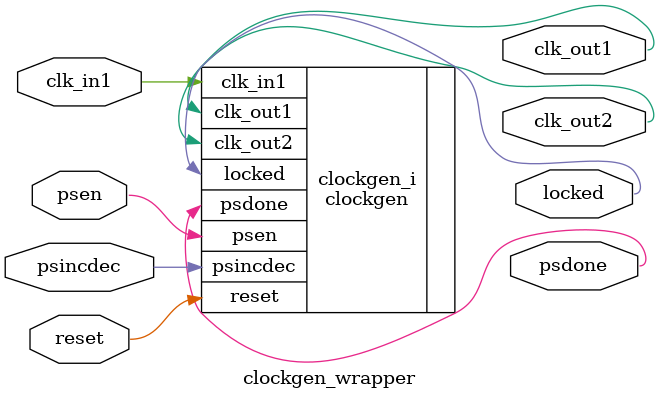
<source format=v>
`timescale 1 ps / 1 ps

module clockgen_wrapper
   (clk_in1,
    clk_out1,
    clk_out2,
    locked,
    psdone,
    psen,
    psincdec,
    reset);
  input clk_in1;
  output clk_out1;
  output clk_out2;
  output locked;
  output psdone;
  input psen;
  input psincdec;
  input reset;

  wire clk_in1;
  wire clk_out1;
  wire clk_out2;
  wire locked;
  wire psdone;
  wire psen;
  wire psincdec;
  wire reset;

  clockgen clockgen_i
       (.clk_in1(clk_in1),
        .clk_out1(clk_out1),
        .clk_out2(clk_out2),
        .locked(locked),
        .psdone(psdone),
        .psen(psen),
        .psincdec(psincdec),
        .reset(reset));
endmodule

</source>
